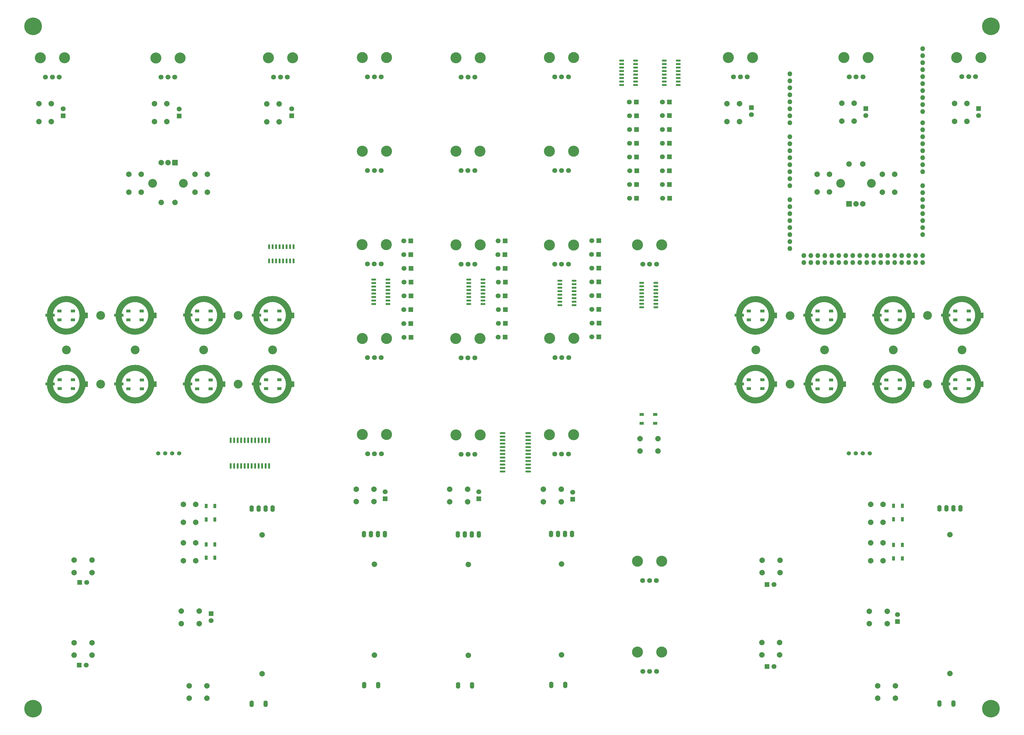
<source format=gbr>
%TF.GenerationSoftware,KiCad,Pcbnew,(5.99.0-11071-g7fde05e8ee)*%
%TF.CreationDate,2021-06-18T03:57:19+02:00*%
%TF.ProjectId,Mixduino,4d697864-7569-46e6-9f2e-6b696361645f,rev?*%
%TF.SameCoordinates,Original*%
%TF.FileFunction,Soldermask,Top*%
%TF.FilePolarity,Negative*%
%FSLAX46Y46*%
G04 Gerber Fmt 4.6, Leading zero omitted, Abs format (unit mm)*
G04 Created by KiCad (PCBNEW (5.99.0-11071-g7fde05e8ee)) date 2021-06-18 03:57:19*
%MOMM*%
%LPD*%
G01*
G04 APERTURE LIST*
G04 Aperture macros list*
%AMRoundRect*
0 Rectangle with rounded corners*
0 $1 Rounding radius*
0 $2 $3 $4 $5 $6 $7 $8 $9 X,Y pos of 4 corners*
0 Add a 4 corners polygon primitive as box body*
4,1,4,$2,$3,$4,$5,$6,$7,$8,$9,$2,$3,0*
0 Add four circle primitives for the rounded corners*
1,1,$1+$1,$2,$3*
1,1,$1+$1,$4,$5*
1,1,$1+$1,$6,$7*
1,1,$1+$1,$8,$9*
0 Add four rect primitives between the rounded corners*
20,1,$1+$1,$2,$3,$4,$5,0*
20,1,$1+$1,$4,$5,$6,$7,0*
20,1,$1+$1,$6,$7,$8,$9,0*
20,1,$1+$1,$8,$9,$2,$3,0*%
G04 Aperture macros list end*
%ADD10C,2.200000*%
%ADD11RoundRect,0.150000X0.725000X0.150000X-0.725000X0.150000X-0.725000X-0.150000X0.725000X-0.150000X0*%
%ADD12R,1.800000X1.800000*%
%ADD13C,1.800000*%
%ADD14C,2.000000*%
%ADD15O,1.600000X2.400000*%
%ADD16O,1.600000X2.462000*%
%ADD17R,1.500000X1.000000*%
%ADD18R,3.500000X0.989531*%
%ADD19R,1.000000X2.000000*%
%ADD20C,6.400000*%
%ADD21C,3.600000*%
%ADD22C,3.200000*%
%ADD23C,4.000000*%
%ADD24C,1.524000*%
%ADD25R,2.000000X2.000000*%
%ADD26RoundRect,0.150000X0.150000X-0.875000X0.150000X0.875000X-0.150000X0.875000X-0.150000X-0.875000X0*%
%ADD27RoundRect,0.150000X0.150000X-0.725000X0.150000X0.725000X-0.150000X0.725000X-0.150000X-0.725000X0*%
%ADD28O,1.727200X1.727200*%
%ADD29R,1.000000X1.500000*%
%ADD30RoundRect,0.150000X-0.725000X-0.150000X0.725000X-0.150000X0.725000X0.150000X-0.725000X0.150000X0*%
%ADD31RoundRect,0.150000X-0.875000X-0.150000X0.875000X-0.150000X0.875000X0.150000X-0.875000X0.150000X0*%
G04 APERTURE END LIST*
D10*
%TO.C,SW22*%
X142930000Y-187030000D02*
G75*
G03*
X142930000Y-187030000I-5939697J0D01*
G01*
%TO.C,SW1*%
X142920000Y-162030000D02*
G75*
G03*
X142920000Y-162030000I-5939697J0D01*
G01*
%TO.C,SW6*%
X167905000Y-162054900D02*
G75*
G03*
X167905000Y-162054900I-5939697J0D01*
G01*
%TO.C,SW38*%
X217925000Y-187044900D02*
G75*
G03*
X217925000Y-187044900I-5939697J0D01*
G01*
%TO.C,SW17*%
X217925000Y-162024900D02*
G75*
G03*
X217925000Y-162024900I-5939697J0D01*
G01*
%TO.C,SW7*%
X418385000Y-162054900D02*
G75*
G03*
X418385000Y-162054900I-5939697J0D01*
G01*
%TO.C,SW35*%
X468405000Y-187034900D02*
G75*
G03*
X468405000Y-187034900I-5939697J0D01*
G01*
%TO.C,SW18*%
X468410000Y-162020000D02*
G75*
G03*
X468410000Y-162020000I-5939697J0D01*
G01*
%TO.C,SW15*%
X443405000Y-162044900D02*
G75*
G03*
X443405000Y-162044900I-5939697J0D01*
G01*
%TO.C,SW32*%
X192905000Y-187054900D02*
G75*
G03*
X192905000Y-187054900I-5939697J0D01*
G01*
%TO.C,SW27*%
X418415000Y-187044900D02*
G75*
G03*
X418415000Y-187044900I-5939697J0D01*
G01*
%TO.C,SW31*%
X443385000Y-187054900D02*
G75*
G03*
X443385000Y-187054900I-5939697J0D01*
G01*
%TO.C,SW11*%
X192940000Y-162010000D02*
G75*
G03*
X192940000Y-162010000I-5939697J0D01*
G01*
%TO.C,SW2*%
X393395000Y-162044900D02*
G75*
G03*
X393395000Y-162044900I-5939697J0D01*
G01*
%TO.C,SW28*%
X167935000Y-187054900D02*
G75*
G03*
X167935000Y-187054900I-5939697J0D01*
G01*
%TO.C,SW23*%
X393400000Y-187040000D02*
G75*
G03*
X393400000Y-187040000I-5939697J0D01*
G01*
%TD*%
D11*
%TO.C,UVU-LINE3*%
X321580000Y-158380000D03*
X321580000Y-157110000D03*
X321580000Y-155840000D03*
X321580000Y-154570000D03*
X321580000Y-153300000D03*
X321580000Y-152030000D03*
X321580000Y-150760000D03*
X321580000Y-149490000D03*
X316430000Y-149490000D03*
X316430000Y-150760000D03*
X316430000Y-152030000D03*
X316430000Y-153300000D03*
X316430000Y-154570000D03*
X316430000Y-155840000D03*
X316430000Y-157110000D03*
X316430000Y-158380000D03*
%TD*%
D12*
%TO.C,D17*%
X296535000Y-154950000D03*
D13*
X293995000Y-154950000D03*
%TD*%
D14*
%TO.C,SW44*%
X428868839Y-274080000D03*
X435368839Y-274080000D03*
X435368839Y-269580000D03*
X428868839Y-269580000D03*
%TD*%
%TO.C,SW19*%
X179570000Y-244690000D03*
X179570000Y-251190000D03*
X184070000Y-244690000D03*
X184070000Y-251190000D03*
%TD*%
%TO.C,RV1*%
X249000000Y-285500000D03*
X249000000Y-252500000D03*
D15*
X245190000Y-241568000D03*
X250270000Y-241568000D03*
X247730000Y-241568000D03*
D16*
X252810000Y-241568000D03*
D15*
X250380000Y-296432000D03*
X245300000Y-296432000D03*
%TD*%
D12*
%TO.C,D14*%
X296530000Y-169960000D03*
D13*
X293990000Y-169960000D03*
%TD*%
D17*
%TO.C,NP2*%
X159555000Y-160504900D03*
X159555000Y-163704900D03*
X164455000Y-163704900D03*
X164455000Y-160504900D03*
%TD*%
D14*
%TO.C,SW8*%
X146400000Y-251010000D03*
X139900000Y-251010000D03*
X139900000Y-255510000D03*
X146400000Y-255510000D03*
%TD*%
D18*
%TO.C,SW22*%
X131130000Y-186959531D03*
D19*
X144330000Y-187070000D03*
%TD*%
D17*
%TO.C,NP19*%
X346150000Y-198100000D03*
X346150000Y-201300000D03*
X351050000Y-201300000D03*
X351050000Y-198100000D03*
%TD*%
D12*
%TO.C,D3*%
X262245000Y-159990000D03*
D13*
X259705000Y-159990000D03*
%TD*%
D20*
%TO.C,REF\u002A\u002A*%
X473000000Y-57000000D03*
D21*
X473000000Y-57000000D03*
%TD*%
D14*
%TO.C,SW21*%
X352030000Y-211390000D03*
X345530000Y-211390000D03*
X345530000Y-206890000D03*
X352030000Y-206890000D03*
%TD*%
D17*
%TO.C,NP13*%
X410065000Y-185510000D03*
X410065000Y-188710000D03*
X414965000Y-188710000D03*
X414965000Y-185510000D03*
%TD*%
D22*
%TO.C,REF\u002A\u002A*%
X149520000Y-162090000D03*
%TD*%
D14*
%TO.C,SW14*%
X316880000Y-225270000D03*
X310380000Y-225270000D03*
X310380000Y-229770000D03*
X316880000Y-229770000D03*
%TD*%
D23*
%TO.C,RV20*%
X136350000Y-68470000D03*
X127550000Y-68470000D03*
D13*
X134450000Y-75470000D03*
X131950000Y-75470000D03*
X129450000Y-75470000D03*
%TD*%
D17*
%TO.C,NP1*%
X134570000Y-160480000D03*
X134570000Y-163680000D03*
X139470000Y-163680000D03*
X139470000Y-160480000D03*
%TD*%
D23*
%TO.C,RV22*%
X210460000Y-68460000D03*
X219260000Y-68460000D03*
D13*
X217360000Y-75460000D03*
X214860000Y-75460000D03*
X212360000Y-75460000D03*
%TD*%
D24*
%TO.C,TB1*%
X170390000Y-212180000D03*
X172930000Y-212180000D03*
X175470000Y-212180000D03*
X178010000Y-212180000D03*
%TD*%
D14*
%TO.C,SW33*%
X169090000Y-85140000D03*
X169090000Y-91640000D03*
X173590000Y-85140000D03*
X173590000Y-91640000D03*
%TD*%
%TO.C,SW25*%
X433840000Y-237250000D03*
X433840000Y-230750000D03*
X429340000Y-237250000D03*
X429340000Y-230750000D03*
%TD*%
%TO.C,RV7*%
X283080000Y-252570000D03*
X283080000Y-285570000D03*
D15*
X284350000Y-241638000D03*
X279270000Y-241638000D03*
D16*
X286890000Y-241638000D03*
D15*
X281810000Y-241638000D03*
X279380000Y-296502000D03*
X284460000Y-296502000D03*
%TD*%
D12*
%TO.C,D38*%
X344265000Y-119500000D03*
D13*
X341725000Y-119500000D03*
%TD*%
D18*
%TO.C,SW1*%
X131120000Y-161959531D03*
D19*
X144320000Y-162070000D03*
%TD*%
D12*
%TO.C,D22*%
X252910000Y-228735000D03*
D13*
X252910000Y-226195000D03*
%TD*%
D12*
%TO.C,D54*%
X189685363Y-270450904D03*
D13*
X189685363Y-272990904D03*
%TD*%
D18*
%TO.C,SW6*%
X156105000Y-161984431D03*
D19*
X169305000Y-162094900D03*
%TD*%
D14*
%TO.C,SW12*%
X181662000Y-296708000D03*
X188162000Y-296708000D03*
X181662000Y-301208000D03*
X188162000Y-301208000D03*
%TD*%
D12*
%TO.C,D46*%
X356255000Y-119510000D03*
D13*
X353715000Y-119510000D03*
%TD*%
D23*
%TO.C,RV8*%
X287400000Y-205550000D03*
X278600000Y-205550000D03*
D13*
X285500000Y-212550000D03*
X283000000Y-212550000D03*
X280500000Y-212550000D03*
%TD*%
D23*
%TO.C,RV12*%
X278610000Y-68440000D03*
X287410000Y-68440000D03*
D13*
X285510000Y-75440000D03*
X283010000Y-75440000D03*
X280510000Y-75440000D03*
%TD*%
D12*
%TO.C,D9*%
X141765000Y-289150000D03*
D13*
X144305000Y-289150000D03*
%TD*%
D12*
%TO.C,D31*%
X330585000Y-164880000D03*
D13*
X328045000Y-164880000D03*
%TD*%
D12*
%TO.C,D1*%
X262265000Y-170020000D03*
D13*
X259725000Y-170020000D03*
%TD*%
D12*
%TO.C,D25*%
X391675000Y-289630000D03*
D13*
X394215000Y-289630000D03*
%TD*%
D12*
%TO.C,D37*%
X330505000Y-134930000D03*
D13*
X327965000Y-134930000D03*
%TD*%
D12*
%TO.C,D49*%
X356185000Y-104450000D03*
D13*
X353645000Y-104450000D03*
%TD*%
D14*
%TO.C,RV23*%
X458100000Y-241720000D03*
X458100000Y-292220000D03*
D15*
X459370000Y-232220000D03*
X454290000Y-232220000D03*
D16*
X461910000Y-232220000D03*
D15*
X456830000Y-232220000D03*
X459400000Y-303120000D03*
X454320000Y-303120000D03*
%TD*%
D22*
%TO.C,REF\u002A\u002A*%
X211980000Y-174570000D03*
%TD*%
D18*
%TO.C,SW38*%
X206125000Y-186974431D03*
D19*
X219325000Y-187084900D03*
%TD*%
D14*
%TO.C,SW4*%
X396260000Y-280960000D03*
X389760000Y-280960000D03*
X396260000Y-285460000D03*
X389760000Y-285460000D03*
%TD*%
%TO.C,SW41*%
X159780000Y-117280000D03*
X159780000Y-110780000D03*
X164280000Y-110780000D03*
X164280000Y-117280000D03*
%TD*%
D12*
%TO.C,D11*%
X135900000Y-89475000D03*
D13*
X135900000Y-86935000D03*
%TD*%
D23*
%TO.C,RV11*%
X278590000Y-102400000D03*
X287390000Y-102400000D03*
D13*
X285490000Y-109400000D03*
X282990000Y-109400000D03*
X280490000Y-109400000D03*
%TD*%
D12*
%TO.C,D41*%
X344225000Y-104500000D03*
D13*
X341685000Y-104500000D03*
%TD*%
D12*
%TO.C,D16*%
X296575000Y-159970000D03*
D13*
X294035000Y-159970000D03*
%TD*%
D25*
%TO.C,SW26*%
X421490000Y-121550000D03*
D14*
X426490000Y-121550000D03*
X423990000Y-121550000D03*
D22*
X429590000Y-114050000D03*
X418390000Y-114050000D03*
D14*
X426490000Y-107050000D03*
X421490000Y-107050000D03*
%TD*%
D22*
%TO.C,REF\u002A\u002A*%
X186980000Y-174580000D03*
%TD*%
D12*
%TO.C,D55*%
X439050000Y-273305000D03*
D13*
X439050000Y-270765000D03*
%TD*%
D12*
%TO.C,D27*%
X386004000Y-86583000D03*
D13*
X386004000Y-89123000D03*
%TD*%
D22*
%TO.C,REF\u002A\u002A*%
X400050000Y-162120000D03*
%TD*%
D12*
%TO.C,D4*%
X262285000Y-155000000D03*
D13*
X259745000Y-155000000D03*
%TD*%
D12*
%TO.C,D30*%
X330535000Y-169890000D03*
D13*
X327995000Y-169890000D03*
%TD*%
D22*
%TO.C,REF\u002A\u002A*%
X387560000Y-174620000D03*
%TD*%
D21*
%TO.C,REF\u002A\u002A*%
X125000000Y-57000000D03*
D20*
X125000000Y-57000000D03*
%TD*%
D12*
%TO.C,D21*%
X296485000Y-134950000D03*
D13*
X293945000Y-134950000D03*
%TD*%
D14*
%TO.C,SW13*%
X438352000Y-296708000D03*
X431852000Y-296708000D03*
X438352000Y-301208000D03*
X431852000Y-301208000D03*
%TD*%
D18*
%TO.C,SW17*%
X206125000Y-161954431D03*
D19*
X219325000Y-162064900D03*
%TD*%
D26*
%TO.C,IC-MPLEX-2*%
X196723000Y-216740000D03*
X197993000Y-216740000D03*
X199263000Y-216740000D03*
X200533000Y-216740000D03*
X201803000Y-216740000D03*
X203073000Y-216740000D03*
X204343000Y-216740000D03*
X205613000Y-216740000D03*
X206883000Y-216740000D03*
X208153000Y-216740000D03*
X209423000Y-216740000D03*
X210693000Y-216740000D03*
X210693000Y-207440000D03*
X209423000Y-207440000D03*
X208153000Y-207440000D03*
X206883000Y-207440000D03*
X205613000Y-207440000D03*
X204343000Y-207440000D03*
X203073000Y-207440000D03*
X201803000Y-207440000D03*
X200533000Y-207440000D03*
X199263000Y-207440000D03*
X197993000Y-207440000D03*
X196723000Y-207440000D03*
%TD*%
D12*
%TO.C,D50*%
X356225000Y-99490000D03*
D13*
X353685000Y-99490000D03*
%TD*%
D14*
%TO.C,SW3*%
X139860000Y-281010000D03*
X146360000Y-281010000D03*
X146360000Y-285510000D03*
X139860000Y-285510000D03*
%TD*%
%TO.C,SW34*%
X423334000Y-91458000D03*
X423334000Y-84958000D03*
X418834000Y-91458000D03*
X418834000Y-84958000D03*
%TD*%
D22*
%TO.C,REF\u002A\u002A*%
X462510000Y-174590000D03*
%TD*%
D14*
%TO.C,SW43*%
X178850000Y-269550000D03*
X185350000Y-269550000D03*
X185350000Y-274050000D03*
X178850000Y-274050000D03*
%TD*%
D23*
%TO.C,RV24*%
X386390000Y-68380000D03*
X377590000Y-68380000D03*
D13*
X384490000Y-75380000D03*
X381990000Y-75380000D03*
X379490000Y-75380000D03*
%TD*%
D12*
%TO.C,D12*%
X178060000Y-89625000D03*
D13*
X178060000Y-87085000D03*
%TD*%
D23*
%TO.C,RV5*%
X253390000Y-102380000D03*
X244590000Y-102380000D03*
D13*
X251490000Y-109380000D03*
X248990000Y-109380000D03*
X246490000Y-109380000D03*
%TD*%
D23*
%TO.C,RV17*%
X321400000Y-102420000D03*
X312600000Y-102420000D03*
D13*
X319500000Y-109420000D03*
X317000000Y-109420000D03*
X314500000Y-109420000D03*
%TD*%
D12*
%TO.C,D8*%
X262245000Y-135010000D03*
D13*
X259705000Y-135010000D03*
%TD*%
D18*
%TO.C,SW7*%
X406585000Y-161984431D03*
D19*
X419785000Y-162094900D03*
%TD*%
D17*
%TO.C,NP7*%
X184555000Y-185504900D03*
X184555000Y-188704900D03*
X189455000Y-188704900D03*
X189455000Y-185504900D03*
%TD*%
D12*
%TO.C,D44*%
X344210000Y-89520000D03*
D13*
X341670000Y-89520000D03*
%TD*%
D27*
%TO.C,U-LEDS1*%
X210755000Y-142225000D03*
X212025000Y-142225000D03*
X213295000Y-142225000D03*
X214565000Y-142225000D03*
X215835000Y-142225000D03*
X217105000Y-142225000D03*
X218375000Y-142225000D03*
X219645000Y-142225000D03*
X219645000Y-137075000D03*
X218375000Y-137075000D03*
X217105000Y-137075000D03*
X215835000Y-137075000D03*
X214565000Y-137075000D03*
X213295000Y-137075000D03*
X212025000Y-137075000D03*
X210755000Y-137075000D03*
%TD*%
D12*
%TO.C,D48*%
X356225000Y-109500000D03*
D13*
X353685000Y-109500000D03*
%TD*%
D12*
%TO.C,D35*%
X330535000Y-144890000D03*
D13*
X327995000Y-144890000D03*
%TD*%
D12*
%TO.C,D13*%
X218910000Y-89545000D03*
D13*
X218910000Y-87005000D03*
%TD*%
D22*
%TO.C,REF\u002A\u002A*%
X450000000Y-162100000D03*
%TD*%
D14*
%TO.C,SW9*%
X396380000Y-251080000D03*
X389880000Y-251080000D03*
X389880000Y-255580000D03*
X396380000Y-255580000D03*
%TD*%
D23*
%TO.C,RV25*%
X428410000Y-68390000D03*
X419610000Y-68390000D03*
D13*
X426510000Y-75390000D03*
X424010000Y-75390000D03*
X421510000Y-75390000D03*
%TD*%
D14*
%TO.C,SW36*%
X209870000Y-91680000D03*
X209870000Y-85180000D03*
X214370000Y-85180000D03*
X214370000Y-91680000D03*
%TD*%
D12*
%TO.C,D20*%
X296435000Y-139960000D03*
D13*
X293895000Y-139960000D03*
%TD*%
D23*
%TO.C,RV10*%
X278600000Y-136430000D03*
X287400000Y-136430000D03*
D13*
X285500000Y-143430000D03*
X283000000Y-143430000D03*
X280500000Y-143430000D03*
%TD*%
D14*
%TO.C,SW42*%
X409840000Y-117230000D03*
X409840000Y-110730000D03*
X414340000Y-117230000D03*
X414340000Y-110730000D03*
%TD*%
D12*
%TO.C,D53*%
X356195000Y-84490000D03*
D13*
X353655000Y-84490000D03*
%TD*%
D18*
%TO.C,SW35*%
X456605000Y-186964431D03*
D19*
X469805000Y-187074900D03*
%TD*%
D18*
%TO.C,SW18*%
X456610000Y-161949531D03*
D19*
X469810000Y-162060000D03*
%TD*%
D14*
%TO.C,RV13*%
X316970000Y-285450000D03*
X316970000Y-252450000D03*
D15*
X318240000Y-241518000D03*
X313160000Y-241518000D03*
X315700000Y-241518000D03*
D16*
X320780000Y-241518000D03*
D15*
X318350000Y-296382000D03*
X313270000Y-296382000D03*
%TD*%
D12*
%TO.C,D43*%
X344260000Y-94470000D03*
D13*
X341720000Y-94470000D03*
%TD*%
D28*
%TO.C,XA1*%
X399957500Y-74315000D03*
X399957500Y-81935000D03*
X399957500Y-84475000D03*
X448217500Y-140355000D03*
X448217500Y-142895000D03*
X399957500Y-97175000D03*
X399957500Y-99715000D03*
X399957500Y-102255000D03*
X399957500Y-104795000D03*
X399957500Y-107335000D03*
X399957500Y-109875000D03*
X399957500Y-112415000D03*
X399957500Y-114955000D03*
X399957500Y-120035000D03*
X399957500Y-122575000D03*
X399957500Y-125115000D03*
X399957500Y-127655000D03*
X399957500Y-130195000D03*
X399957500Y-132735000D03*
X399957500Y-135275000D03*
X399957500Y-137815000D03*
X448217500Y-70251000D03*
X448217500Y-109875000D03*
X448217500Y-107335000D03*
X448217500Y-104795000D03*
X448217500Y-102255000D03*
X448217500Y-99715000D03*
X448217500Y-97175000D03*
X448217500Y-94635000D03*
X448217500Y-92095000D03*
X448217500Y-88031000D03*
X448217500Y-85491000D03*
X448217500Y-82951000D03*
X448217500Y-80411000D03*
X448217500Y-77871000D03*
X448217500Y-75331000D03*
X448217500Y-114955000D03*
X448217500Y-117495000D03*
X448217500Y-120035000D03*
X448217500Y-122575000D03*
X448217500Y-125115000D03*
X448217500Y-127655000D03*
X448217500Y-130195000D03*
X448217500Y-132735000D03*
X445677500Y-140355000D03*
X445677500Y-142895000D03*
X443137500Y-140355000D03*
X443137500Y-142895000D03*
X440597500Y-140355000D03*
X440597500Y-142895000D03*
X438057500Y-140355000D03*
X438057500Y-142895000D03*
X435517500Y-140355000D03*
X435517500Y-142895000D03*
X432977500Y-140355000D03*
X432977500Y-142895000D03*
X430437500Y-140355000D03*
X430437500Y-142895000D03*
X427897500Y-140355000D03*
X427897500Y-142895000D03*
X425357500Y-140355000D03*
X425357500Y-142895000D03*
X422817500Y-140355000D03*
X422817500Y-142895000D03*
X420277500Y-140355000D03*
X420277500Y-142895000D03*
X417737500Y-140355000D03*
X417737500Y-142895000D03*
X415197500Y-140355000D03*
X415197500Y-142895000D03*
X412657500Y-140355000D03*
X412657500Y-142895000D03*
X410117500Y-140355000D03*
X410117500Y-142895000D03*
X407577500Y-140355000D03*
X407577500Y-142895000D03*
X448217500Y-72791000D03*
X399957500Y-87015000D03*
X399957500Y-89555000D03*
X405037500Y-140355000D03*
X405037500Y-142895000D03*
X399957500Y-76855000D03*
X399957500Y-79395000D03*
X448217500Y-65171000D03*
X448217500Y-67711000D03*
X399957500Y-92095000D03*
%TD*%
D23*
%TO.C,RV18*%
X312610000Y-68380000D03*
X321410000Y-68380000D03*
D13*
X319510000Y-75380000D03*
X317010000Y-75380000D03*
X314510000Y-75380000D03*
%TD*%
D14*
%TO.C,SW30*%
X377130000Y-85110000D03*
X377130000Y-91610000D03*
X381630000Y-85110000D03*
X381630000Y-91610000D03*
%TD*%
D22*
%TO.C,REF\u002A\u002A*%
X137030000Y-174600000D03*
%TD*%
D11*
%TO.C,U-LEDSR1*%
X351275000Y-159145000D03*
X351275000Y-157875000D03*
X351275000Y-156605000D03*
X351275000Y-155335000D03*
X351275000Y-154065000D03*
X351275000Y-152795000D03*
X351275000Y-151525000D03*
X351275000Y-150255000D03*
X346125000Y-150255000D03*
X346125000Y-151525000D03*
X346125000Y-152795000D03*
X346125000Y-154065000D03*
X346125000Y-155335000D03*
X346125000Y-156605000D03*
X346125000Y-157875000D03*
X346125000Y-159145000D03*
%TD*%
D23*
%TO.C,RV9*%
X287370000Y-170460000D03*
X278570000Y-170460000D03*
D13*
X285470000Y-177460000D03*
X282970000Y-177460000D03*
X280470000Y-177460000D03*
%TD*%
D14*
%TO.C,SW37*%
X459824000Y-91528000D03*
X459824000Y-85028000D03*
X464324000Y-85028000D03*
X464324000Y-91528000D03*
%TD*%
D22*
%TO.C,REF\u002A\u002A*%
X162020000Y-174580000D03*
%TD*%
D17*
%TO.C,NP5*%
X134580000Y-185460000D03*
X134580000Y-188660000D03*
X139480000Y-188660000D03*
X139480000Y-185460000D03*
%TD*%
D29*
%TO.C,NP9*%
X187830000Y-236270000D03*
X191030000Y-236270000D03*
X191030000Y-231370000D03*
X187830000Y-231370000D03*
%TD*%
D23*
%TO.C,RV4*%
X253350000Y-136330000D03*
X244550000Y-136330000D03*
D13*
X251450000Y-143330000D03*
X248950000Y-143330000D03*
X246450000Y-143330000D03*
%TD*%
D17*
%TO.C,NP16*%
X435055000Y-160494900D03*
X435055000Y-163694900D03*
X439955000Y-163694900D03*
X439955000Y-160494900D03*
%TD*%
%TO.C,NP3*%
X184590000Y-160460000D03*
X184590000Y-163660000D03*
X189490000Y-163660000D03*
X189490000Y-160460000D03*
%TD*%
%TO.C,NP14*%
X385050000Y-185470000D03*
X385050000Y-188670000D03*
X389950000Y-188670000D03*
X389950000Y-185470000D03*
%TD*%
D12*
%TO.C,D26*%
X391663000Y-259842000D03*
D13*
X394203000Y-259842000D03*
%TD*%
D14*
%TO.C,SW39*%
X188270000Y-110770000D03*
X188270000Y-117270000D03*
X183770000Y-110770000D03*
X183770000Y-117270000D03*
%TD*%
D22*
%TO.C,REF\u002A\u002A*%
X412550000Y-174620000D03*
%TD*%
D17*
%TO.C,NP8*%
X209590000Y-185480000D03*
X209590000Y-188680000D03*
X214490000Y-188680000D03*
X214490000Y-185480000D03*
%TD*%
%TO.C,NP12*%
X435030000Y-185490000D03*
X435030000Y-188690000D03*
X439930000Y-188690000D03*
X439930000Y-185490000D03*
%TD*%
D29*
%TO.C,NP10*%
X187840000Y-250170000D03*
X191040000Y-250170000D03*
X191040000Y-245270000D03*
X187840000Y-245270000D03*
%TD*%
D12*
%TO.C,D32*%
X330555000Y-159890000D03*
D13*
X328015000Y-159890000D03*
%TD*%
D20*
%TO.C,REF\u002A\u002A*%
X125000000Y-305000000D03*
D21*
X125000000Y-305000000D03*
%TD*%
D22*
%TO.C,REF\u002A\u002A*%
X400060000Y-187090000D03*
%TD*%
D14*
%TO.C,RV19*%
X208170000Y-292300000D03*
X208170000Y-241800000D03*
D15*
X209440000Y-232300000D03*
X204360000Y-232300000D03*
X206900000Y-232300000D03*
D16*
X211980000Y-232300000D03*
D15*
X209470000Y-303200000D03*
X204390000Y-303200000D03*
%TD*%
D23*
%TO.C,RV14*%
X321400000Y-205450000D03*
X312600000Y-205450000D03*
D13*
X319500000Y-212450000D03*
X317000000Y-212450000D03*
X314500000Y-212450000D03*
%TD*%
D21*
%TO.C,REF\u002A\u002A*%
X473000000Y-305000000D03*
D20*
X473000000Y-305000000D03*
%TD*%
D23*
%TO.C,RV28*%
X344570000Y-251400000D03*
X353370000Y-251400000D03*
D13*
X351470000Y-258400000D03*
X348970000Y-258400000D03*
X346470000Y-258400000D03*
%TD*%
D12*
%TO.C,D10*%
X141925000Y-259090000D03*
D13*
X144465000Y-259090000D03*
%TD*%
D22*
%TO.C,REF\u002A\u002A*%
X437510000Y-174610000D03*
%TD*%
D12*
%TO.C,D29*%
X468564000Y-86883000D03*
D13*
X468564000Y-89423000D03*
%TD*%
D12*
%TO.C,D23*%
X286940000Y-228735000D03*
D13*
X286940000Y-226195000D03*
%TD*%
D12*
%TO.C,D6*%
X262270000Y-145010000D03*
D13*
X259730000Y-145010000D03*
%TD*%
D23*
%TO.C,RV27*%
X344610000Y-284440000D03*
X353410000Y-284440000D03*
D13*
X351510000Y-291440000D03*
X349010000Y-291440000D03*
X346510000Y-291440000D03*
%TD*%
D12*
%TO.C,D24*%
X321080000Y-228915000D03*
D13*
X321080000Y-226375000D03*
%TD*%
D18*
%TO.C,SW15*%
X431605000Y-161974431D03*
D19*
X444805000Y-162084900D03*
%TD*%
D23*
%TO.C,RV6*%
X253360000Y-68370000D03*
X244560000Y-68370000D03*
D13*
X251460000Y-75370000D03*
X248960000Y-75370000D03*
X246460000Y-75370000D03*
%TD*%
D29*
%TO.C,NP20*%
X437630000Y-236190000D03*
X440830000Y-236190000D03*
X440830000Y-231290000D03*
X437630000Y-231290000D03*
%TD*%
D12*
%TO.C,D33*%
X330555000Y-154880000D03*
D13*
X328015000Y-154880000D03*
%TD*%
D12*
%TO.C,D47*%
X356195000Y-114480000D03*
D13*
X353655000Y-114480000D03*
%TD*%
D23*
%TO.C,RV29*%
X344600000Y-136460000D03*
X353400000Y-136460000D03*
D13*
X351500000Y-143460000D03*
X349000000Y-143460000D03*
X346500000Y-143460000D03*
%TD*%
D12*
%TO.C,D36*%
X330485000Y-139860000D03*
D13*
X327945000Y-139860000D03*
%TD*%
D18*
%TO.C,SW32*%
X181105000Y-186984431D03*
D19*
X194305000Y-187094900D03*
%TD*%
D12*
%TO.C,D34*%
X330535000Y-149870000D03*
D13*
X327995000Y-149870000D03*
%TD*%
D17*
%TO.C,NP4*%
X209575000Y-160474900D03*
X209575000Y-163674900D03*
X214475000Y-163674900D03*
X214475000Y-160474900D03*
%TD*%
D12*
%TO.C,D18*%
X296555000Y-149950000D03*
D13*
X294015000Y-149950000D03*
%TD*%
D22*
%TO.C,REF\u002A\u002A*%
X199470000Y-162080000D03*
%TD*%
D12*
%TO.C,D15*%
X296575000Y-164990000D03*
D13*
X294035000Y-164990000D03*
%TD*%
D14*
%TO.C,SW10*%
X282880000Y-225270000D03*
X276380000Y-225270000D03*
X282880000Y-229770000D03*
X276380000Y-229770000D03*
%TD*%
D30*
%TO.C,UVU-MASTER-L1*%
X338801000Y-69455000D03*
X338801000Y-70725000D03*
X338801000Y-71995000D03*
X338801000Y-73265000D03*
X338801000Y-74535000D03*
X338801000Y-75805000D03*
X338801000Y-77075000D03*
X338801000Y-78345000D03*
X343951000Y-78345000D03*
X343951000Y-77075000D03*
X343951000Y-75805000D03*
X343951000Y-74535000D03*
X343951000Y-73265000D03*
X343951000Y-71995000D03*
X343951000Y-70725000D03*
X343951000Y-69455000D03*
%TD*%
D23*
%TO.C,RV15*%
X312700000Y-170400000D03*
X321500000Y-170400000D03*
D13*
X319600000Y-177400000D03*
X317100000Y-177400000D03*
X314600000Y-177400000D03*
%TD*%
D17*
%TO.C,NP6*%
X159585000Y-185504900D03*
X159585000Y-188704900D03*
X164485000Y-188704900D03*
X164485000Y-185504900D03*
%TD*%
D24*
%TO.C,TB2*%
X421390000Y-212180000D03*
X423930000Y-212180000D03*
X426470000Y-212180000D03*
X429010000Y-212180000D03*
%TD*%
D31*
%TO.C,IC-MPLEX-1*%
X295578000Y-204851000D03*
X295578000Y-206121000D03*
X295578000Y-207391000D03*
X295578000Y-208661000D03*
X295578000Y-209931000D03*
X295578000Y-211201000D03*
X295578000Y-212471000D03*
X295578000Y-213741000D03*
X295578000Y-215011000D03*
X295578000Y-216281000D03*
X295578000Y-217551000D03*
X295578000Y-218821000D03*
X304878000Y-218821000D03*
X304878000Y-217551000D03*
X304878000Y-216281000D03*
X304878000Y-215011000D03*
X304878000Y-213741000D03*
X304878000Y-212471000D03*
X304878000Y-211201000D03*
X304878000Y-209931000D03*
X304878000Y-208661000D03*
X304878000Y-207391000D03*
X304878000Y-206121000D03*
X304878000Y-204851000D03*
%TD*%
D17*
%TO.C,NP11*%
X460055000Y-185484900D03*
X460055000Y-188684900D03*
X464955000Y-188684900D03*
X464955000Y-185484900D03*
%TD*%
D30*
%TO.C,UVU-MASTER-R1*%
X354295000Y-69469000D03*
X354295000Y-70739000D03*
X354295000Y-72009000D03*
X354295000Y-73279000D03*
X354295000Y-74549000D03*
X354295000Y-75819000D03*
X354295000Y-77089000D03*
X354295000Y-78359000D03*
X359445000Y-78359000D03*
X359445000Y-77089000D03*
X359445000Y-75819000D03*
X359445000Y-74549000D03*
X359445000Y-73279000D03*
X359445000Y-72009000D03*
X359445000Y-70739000D03*
X359445000Y-69469000D03*
%TD*%
D23*
%TO.C,RV21*%
X169570000Y-68480000D03*
X178370000Y-68480000D03*
D13*
X176470000Y-75480000D03*
X173970000Y-75480000D03*
X171470000Y-75480000D03*
%TD*%
D12*
%TO.C,D40*%
X344305000Y-109520000D03*
D13*
X341765000Y-109520000D03*
%TD*%
D14*
%TO.C,SW20*%
X429320000Y-251200000D03*
X429320000Y-244700000D03*
X433820000Y-244700000D03*
X433820000Y-251200000D03*
%TD*%
D12*
%TO.C,D7*%
X262245000Y-140010000D03*
D13*
X259705000Y-140010000D03*
%TD*%
D17*
%TO.C,NP17*%
X410035000Y-160504900D03*
X410035000Y-163704900D03*
X414935000Y-163704900D03*
X414935000Y-160504900D03*
%TD*%
D12*
%TO.C,D51*%
X356225000Y-94480000D03*
D13*
X353685000Y-94480000D03*
%TD*%
D12*
%TO.C,D39*%
X344275000Y-114460000D03*
D13*
X341735000Y-114460000D03*
%TD*%
D17*
%TO.C,NP15*%
X460060000Y-160470000D03*
X460060000Y-163670000D03*
X464960000Y-163670000D03*
X464960000Y-160470000D03*
%TD*%
D18*
%TO.C,SW27*%
X406615000Y-186974431D03*
D19*
X419815000Y-187084900D03*
%TD*%
D23*
%TO.C,RV2*%
X253410000Y-205350000D03*
X244610000Y-205350000D03*
D13*
X251510000Y-212350000D03*
X249010000Y-212350000D03*
X246510000Y-212350000D03*
%TD*%
D12*
%TO.C,D19*%
X296495000Y-144960000D03*
D13*
X293955000Y-144960000D03*
%TD*%
D23*
%TO.C,RV16*%
X312590000Y-136480000D03*
X321390000Y-136480000D03*
D13*
X319490000Y-143480000D03*
X316990000Y-143480000D03*
X314490000Y-143480000D03*
%TD*%
D12*
%TO.C,D42*%
X344255000Y-99490000D03*
D13*
X341715000Y-99490000D03*
%TD*%
D18*
%TO.C,SW31*%
X431585000Y-186984431D03*
D19*
X444785000Y-187094900D03*
%TD*%
D11*
%TO.C,UVU-LINE1*%
X253905000Y-157945000D03*
X253905000Y-156675000D03*
X253905000Y-155405000D03*
X253905000Y-154135000D03*
X253905000Y-152865000D03*
X253905000Y-151595000D03*
X253905000Y-150325000D03*
X253905000Y-149055000D03*
X248755000Y-149055000D03*
X248755000Y-150325000D03*
X248755000Y-151595000D03*
X248755000Y-152865000D03*
X248755000Y-154135000D03*
X248755000Y-155405000D03*
X248755000Y-156675000D03*
X248755000Y-157945000D03*
%TD*%
%TO.C,UVU-LINE2*%
X288425000Y-157895000D03*
X288425000Y-156625000D03*
X288425000Y-155355000D03*
X288425000Y-154085000D03*
X288425000Y-152815000D03*
X288425000Y-151545000D03*
X288425000Y-150275000D03*
X288425000Y-149005000D03*
X283275000Y-149005000D03*
X283275000Y-150275000D03*
X283275000Y-151545000D03*
X283275000Y-152815000D03*
X283275000Y-154085000D03*
X283275000Y-155355000D03*
X283275000Y-156625000D03*
X283275000Y-157895000D03*
%TD*%
D18*
%TO.C,SW11*%
X181140000Y-161939531D03*
D19*
X194340000Y-162050000D03*
%TD*%
D12*
%TO.C,D5*%
X262305000Y-150000000D03*
D13*
X259765000Y-150000000D03*
%TD*%
D12*
%TO.C,D28*%
X427554000Y-86928000D03*
D13*
X427554000Y-89468000D03*
%TD*%
D18*
%TO.C,SW2*%
X381595000Y-161974431D03*
D19*
X394795000Y-162084900D03*
%TD*%
D14*
%TO.C,SW40*%
X438050000Y-117270000D03*
X438050000Y-110770000D03*
X433550000Y-117270000D03*
X433550000Y-110770000D03*
%TD*%
D18*
%TO.C,SW28*%
X156135000Y-186984431D03*
D19*
X169335000Y-187094900D03*
%TD*%
D12*
%TO.C,D52*%
X356165000Y-89470000D03*
D13*
X353625000Y-89470000D03*
%TD*%
D25*
%TO.C,SW16*%
X176500000Y-106530000D03*
D14*
X171500000Y-106530000D03*
X174000000Y-106530000D03*
D22*
X179600000Y-114030000D03*
X168400000Y-114030000D03*
D14*
X171500000Y-121030000D03*
X176500000Y-121030000D03*
%TD*%
D18*
%TO.C,SW23*%
X381600000Y-186969531D03*
D19*
X394800000Y-187080000D03*
%TD*%
D29*
%TO.C,NP21*%
X437670000Y-250360000D03*
X440870000Y-250360000D03*
X440870000Y-245460000D03*
X437670000Y-245460000D03*
%TD*%
D22*
%TO.C,REF\u002A\u002A*%
X149520000Y-187070000D03*
%TD*%
D12*
%TO.C,D2*%
X262225000Y-165010000D03*
D13*
X259685000Y-165010000D03*
%TD*%
D14*
%TO.C,SW24*%
X179600000Y-230750000D03*
X179600000Y-237250000D03*
X184100000Y-230750000D03*
X184100000Y-237250000D03*
%TD*%
D22*
%TO.C,REF\u002A\u002A*%
X450020000Y-187090000D03*
%TD*%
D14*
%TO.C,SW5*%
X242370000Y-225220000D03*
X248870000Y-225220000D03*
X248870000Y-229720000D03*
X242370000Y-229720000D03*
%TD*%
D22*
%TO.C,REF\u002A\u002A*%
X199490000Y-187060000D03*
%TD*%
D12*
%TO.C,D45*%
X344205000Y-84520000D03*
D13*
X341665000Y-84520000D03*
%TD*%
D14*
%TO.C,SW29*%
X127080000Y-85150000D03*
X127080000Y-91650000D03*
X131580000Y-85150000D03*
X131580000Y-91650000D03*
%TD*%
D23*
%TO.C,RV3*%
X253380000Y-170420000D03*
X244580000Y-170420000D03*
D13*
X251480000Y-177420000D03*
X248980000Y-177420000D03*
X246480000Y-177420000D03*
%TD*%
D23*
%TO.C,RV26*%
X460570000Y-68330000D03*
X469370000Y-68330000D03*
D13*
X467470000Y-75330000D03*
X464970000Y-75330000D03*
X462470000Y-75330000D03*
%TD*%
D17*
%TO.C,NP18*%
X385060000Y-160490000D03*
X385060000Y-163690000D03*
X389960000Y-163690000D03*
X389960000Y-160490000D03*
%TD*%
M02*

</source>
